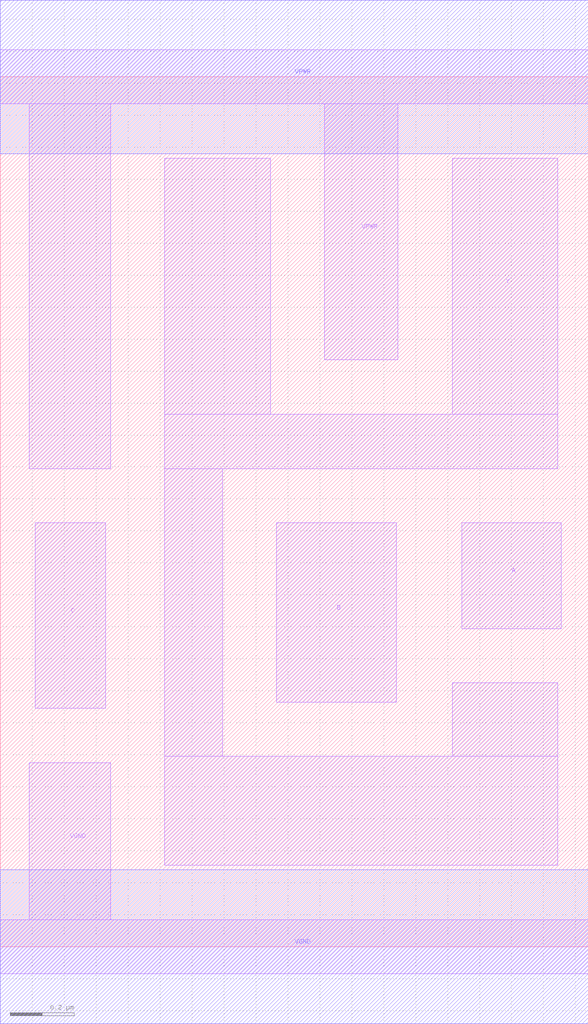
<source format=lef>
# Copyright 2020 The SkyWater PDK Authors
#
# Licensed under the Apache License, Version 2.0 (the "License");
# you may not use this file except in compliance with the License.
# You may obtain a copy of the License at
#
#     https://www.apache.org/licenses/LICENSE-2.0
#
# Unless required by applicable law or agreed to in writing, software
# distributed under the License is distributed on an "AS IS" BASIS,
# WITHOUT WARRANTIES OR CONDITIONS OF ANY KIND, either express or implied.
# See the License for the specific language governing permissions and
# limitations under the License.
#
# SPDX-License-Identifier: Apache-2.0

VERSION 5.5 ;
NAMESCASESENSITIVE ON ;
BUSBITCHARS "[]" ;
DIVIDERCHAR "/" ;
MACRO sky130_fd_sc_hd__nand3_1
  CLASS CORE ;
  SOURCE USER ;
  ORIGIN  0.000000  0.000000 ;
  SIZE  1.840000 BY  2.720000 ;
  SYMMETRY X Y R90 ;
  SITE unithd ;
  PIN A
    ANTENNAGATEAREA  0.247500 ;
    DIRECTION INPUT ;
    USE SIGNAL ;
    PORT
      LAYER li1 ;
        RECT 1.445000 0.995000 1.755000 1.325000 ;
    END
  END A
  PIN B
    ANTENNAGATEAREA  0.247500 ;
    DIRECTION INPUT ;
    USE SIGNAL ;
    PORT
      LAYER li1 ;
        RECT 0.865000 0.765000 1.240000 1.325000 ;
    END
  END B
  PIN C
    ANTENNAGATEAREA  0.247500 ;
    DIRECTION INPUT ;
    USE SIGNAL ;
    PORT
      LAYER li1 ;
        RECT 0.110000 0.745000 0.330000 1.325000 ;
    END
  END C
  PIN Y
    ANTENNADIFFAREA  0.699000 ;
    DIRECTION OUTPUT ;
    USE SIGNAL ;
    PORT
      LAYER li1 ;
        RECT 0.515000 0.255000 1.745000 0.595000 ;
        RECT 0.515000 0.595000 0.695000 1.495000 ;
        RECT 0.515000 1.495000 1.745000 1.665000 ;
        RECT 0.515000 1.665000 0.845000 2.465000 ;
        RECT 1.415000 0.595000 1.745000 0.825000 ;
        RECT 1.415000 1.665000 1.745000 2.465000 ;
    END
  END Y
  PIN VGND
    DIRECTION INOUT ;
    SHAPE ABUTMENT ;
    USE GROUND ;
    PORT
      LAYER li1 ;
        RECT 0.000000 -0.085000 1.840000 0.085000 ;
        RECT 0.090000  0.085000 0.345000 0.575000 ;
    END
    PORT
      LAYER met1 ;
        RECT 0.000000 -0.240000 1.840000 0.240000 ;
    END
  END VGND
  PIN VPWR
    DIRECTION INOUT ;
    SHAPE ABUTMENT ;
    USE POWER ;
    PORT
      LAYER li1 ;
        RECT 0.000000 2.635000 1.840000 2.805000 ;
        RECT 0.090000 1.495000 0.345000 2.635000 ;
        RECT 1.015000 1.835000 1.245000 2.635000 ;
    END
    PORT
      LAYER met1 ;
        RECT 0.000000 2.480000 1.840000 2.960000 ;
    END
  END VPWR
  OBS
  END
END sky130_fd_sc_hd__nand3_1

</source>
